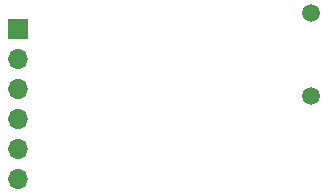
<source format=gbr>
%TF.GenerationSoftware,KiCad,Pcbnew,(6.0.7)*%
%TF.CreationDate,2023-03-19T22:57:20-05:00*%
%TF.ProjectId,CS4334wHeadphoneJack,43533433-3334-4774-9865-616470686f6e,rev?*%
%TF.SameCoordinates,Original*%
%TF.FileFunction,Soldermask,Bot*%
%TF.FilePolarity,Negative*%
%FSLAX46Y46*%
G04 Gerber Fmt 4.6, Leading zero omitted, Abs format (unit mm)*
G04 Created by KiCad (PCBNEW (6.0.7)) date 2023-03-19 22:57:20*
%MOMM*%
%LPD*%
G01*
G04 APERTURE LIST*
%ADD10C,1.498600*%
%ADD11R,1.700000X1.700000*%
%ADD12O,1.700000X1.700000*%
G04 APERTURE END LIST*
D10*
%TO.C,J2*%
X179786001Y-102146501D03*
X179786001Y-95146500D03*
%TD*%
D11*
%TO.C,J1*%
X154940000Y-96520000D03*
D12*
X154940000Y-99060000D03*
X154940000Y-101600000D03*
X154940000Y-104140000D03*
X154940000Y-106680000D03*
X154940000Y-109220000D03*
%TD*%
M02*

</source>
